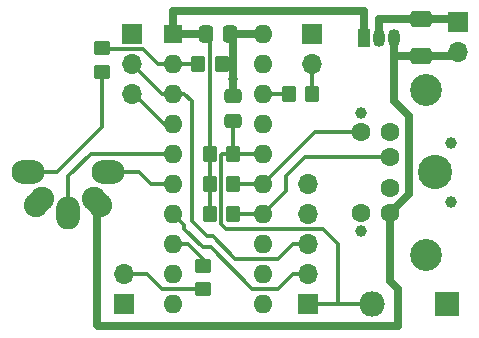
<source format=gbr>
%TF.GenerationSoftware,KiCad,Pcbnew,(6.0.0)*%
%TF.CreationDate,2022-10-20T13:45:11-04:00*%
%TF.ProjectId,TandyKey-B,54616e64-794b-4657-992d-422e6b696361,rev?*%
%TF.SameCoordinates,Original*%
%TF.FileFunction,Copper,L2,Bot*%
%TF.FilePolarity,Positive*%
%FSLAX46Y46*%
G04 Gerber Fmt 4.6, Leading zero omitted, Abs format (unit mm)*
G04 Created by KiCad (PCBNEW (6.0.0)) date 2022-10-20 13:45:11*
%MOMM*%
%LPD*%
G01*
G04 APERTURE LIST*
G04 Aperture macros list*
%AMRoundRect*
0 Rectangle with rounded corners*
0 $1 Rounding radius*
0 $2 $3 $4 $5 $6 $7 $8 $9 X,Y pos of 4 corners*
0 Add a 4 corners polygon primitive as box body*
4,1,4,$2,$3,$4,$5,$6,$7,$8,$9,$2,$3,0*
0 Add four circle primitives for the rounded corners*
1,1,$1+$1,$2,$3*
1,1,$1+$1,$4,$5*
1,1,$1+$1,$6,$7*
1,1,$1+$1,$8,$9*
0 Add four rect primitives between the rounded corners*
20,1,$1+$1,$2,$3,$4,$5,0*
20,1,$1+$1,$4,$5,$6,$7,0*
20,1,$1+$1,$6,$7,$8,$9,0*
20,1,$1+$1,$8,$9,$2,$3,0*%
%AMHorizOval*
0 Thick line with rounded ends*
0 $1 width*
0 $2 $3 position (X,Y) of the first rounded end (center of the circle)*
0 $4 $5 position (X,Y) of the second rounded end (center of the circle)*
0 Add line between two ends*
20,1,$1,$2,$3,$4,$5,0*
0 Add two circle primitives to create the rounded ends*
1,1,$1,$2,$3*
1,1,$1,$4,$5*%
G04 Aperture macros list end*
%TA.AperFunction,ComponentPad*%
%ADD10O,2.794000X2.032000*%
%TD*%
%TA.AperFunction,ComponentPad*%
%ADD11O,2.032000X2.794000*%
%TD*%
%TA.AperFunction,ComponentPad*%
%ADD12HorizOval,2.032000X-0.269408X0.269408X0.269408X-0.269408X0*%
%TD*%
%TA.AperFunction,ComponentPad*%
%ADD13HorizOval,2.032000X-0.269408X-0.269408X0.269408X0.269408X0*%
%TD*%
%TA.AperFunction,ComponentPad*%
%ADD14R,1.700000X1.700000*%
%TD*%
%TA.AperFunction,ComponentPad*%
%ADD15O,1.700000X1.700000*%
%TD*%
%TA.AperFunction,ComponentPad*%
%ADD16R,2.159000X2.159000*%
%TD*%
%TA.AperFunction,ComponentPad*%
%ADD17O,2.159000X2.159000*%
%TD*%
%TA.AperFunction,ComponentPad*%
%ADD18R,1.050000X1.500000*%
%TD*%
%TA.AperFunction,ComponentPad*%
%ADD19O,1.050000X1.500000*%
%TD*%
%TA.AperFunction,ComponentPad*%
%ADD20R,1.600000X1.600000*%
%TD*%
%TA.AperFunction,ComponentPad*%
%ADD21O,1.600000X1.600000*%
%TD*%
%TA.AperFunction,ComponentPad*%
%ADD22C,2.700000*%
%TD*%
%TA.AperFunction,ComponentPad*%
%ADD23C,2.899999*%
%TD*%
%TA.AperFunction,ComponentPad*%
%ADD24C,1.600000*%
%TD*%
%TA.AperFunction,ComponentPad*%
%ADD25C,1.000000*%
%TD*%
%TA.AperFunction,SMDPad,CuDef*%
%ADD26RoundRect,0.250000X0.450000X-0.350000X0.450000X0.350000X-0.450000X0.350000X-0.450000X-0.350000X0*%
%TD*%
%TA.AperFunction,SMDPad,CuDef*%
%ADD27RoundRect,0.250000X-0.337500X-0.475000X0.337500X-0.475000X0.337500X0.475000X-0.337500X0.475000X0*%
%TD*%
%TA.AperFunction,SMDPad,CuDef*%
%ADD28RoundRect,0.250000X0.475000X-0.337500X0.475000X0.337500X-0.475000X0.337500X-0.475000X-0.337500X0*%
%TD*%
%TA.AperFunction,SMDPad,CuDef*%
%ADD29RoundRect,0.250000X0.650000X-0.412500X0.650000X0.412500X-0.650000X0.412500X-0.650000X-0.412500X0*%
%TD*%
%TA.AperFunction,SMDPad,CuDef*%
%ADD30RoundRect,0.250000X0.350000X0.450000X-0.350000X0.450000X-0.350000X-0.450000X0.350000X-0.450000X0*%
%TD*%
%TA.AperFunction,SMDPad,CuDef*%
%ADD31RoundRect,0.250000X-0.350000X-0.450000X0.350000X-0.450000X0.350000X0.450000X-0.350000X0.450000X0*%
%TD*%
%TA.AperFunction,SMDPad,CuDef*%
%ADD32RoundRect,0.250000X-0.450000X0.350000X-0.450000X-0.350000X0.450000X-0.350000X0.450000X0.350000X0*%
%TD*%
%TA.AperFunction,ViaPad*%
%ADD33C,0.800000*%
%TD*%
%TA.AperFunction,Conductor*%
%ADD34C,0.635000*%
%TD*%
%TA.AperFunction,Conductor*%
%ADD35C,0.304800*%
%TD*%
%TA.AperFunction,Conductor*%
%ADD36C,0.250000*%
%TD*%
G04 APERTURE END LIST*
D10*
%TO.P,J1,1,Pin_1*%
%TO.N,KBD_DTA*%
X116751100Y-96520000D03*
D11*
%TO.P,J1,2,Pin_2*%
%TO.N,KBD_CLK*%
X113347500Y-99923600D03*
D10*
%TO.P,J1,3,Pin_3*%
%TO.N,Net-(J1-Pad3)*%
X109943900Y-96520000D03*
D12*
%TO.P,J1,4,Pin_4*%
%TO.N,+5V*%
X115811300Y-98983800D03*
D13*
%TO.P,J1,5,Pin_5*%
%TO.N,GND*%
X110883700Y-98983800D03*
%TD*%
D14*
%TO.P,J5,1,Pin_1*%
%TO.N,GND*%
X118745000Y-84787500D03*
D15*
%TO.P,J5,2,Pin_2*%
%TO.N,BSL_TX*%
X118745000Y-87327500D03*
%TO.P,J5,3,Pin_3*%
%TO.N,Net-(J5-Pad3)*%
X118745000Y-89867500D03*
%TD*%
D16*
%TO.P,SW1,1,1*%
%TO.N,GND*%
X145465000Y-107632500D03*
D17*
%TO.P,SW1,2,2*%
%TO.N,_RST*%
X139065000Y-107632500D03*
%TD*%
D18*
%TO.P,U2,1,VO*%
%TO.N,+3V3*%
X138430000Y-85132500D03*
D19*
%TO.P,U2,2,GND*%
%TO.N,GND*%
X139700000Y-85132500D03*
%TO.P,U2,3,VI*%
%TO.N,+5V*%
X140970000Y-85132500D03*
%TD*%
D20*
%TO.P,U1,1,DVCC*%
%TO.N,+3V3*%
X122247508Y-84777504D03*
D21*
%TO.P,U1,2,TA0CLK/ACLK/CA0/P1.0*%
%TO.N,KBD_BSY*%
X122247508Y-87317504D03*
%TO.P,U1,3,TA0.0/UCA0RXD/UCA0SOMI/P1.1*%
%TO.N,BSL_TX*%
X122247508Y-89857504D03*
%TO.P,U1,4,TA0.1/UCA0TXD/UCA0SIMO/P1.2*%
%TO.N,Net-(J5-Pad3)*%
X122247508Y-92397504D03*
%TO.P,U1,5,P1.3*%
%TO.N,KBD_CLK*%
X122247508Y-94937504D03*
%TO.P,U1,6,TCK/SMCLK/UCB0STE/UCA0CLK/P1.4*%
%TO.N,KBD_DTA*%
X122247508Y-97477504D03*
%TO.P,U1,7,TMS/TA0.0/UCB0CLK/UCA0STE/P1.5*%
%TO.N,BSL_RX*%
X122247508Y-100017504D03*
%TO.P,U1,8,P2.0/TA1.0*%
%TO.N,Net-(R8-Pad1)*%
X122247508Y-102557504D03*
%TO.P,U1,9,P2.1/TA1.1*%
%TO.N,unconnected-(U1-Pad9)*%
X122247508Y-105097504D03*
%TO.P,U1,10,P2.2/TA1.1*%
%TO.N,unconnected-(U1-Pad10)*%
X122247508Y-107637504D03*
%TO.P,U1,11,P2.3/TA1.0*%
%TO.N,unconnected-(U1-Pad11)*%
X129867508Y-107637504D03*
%TO.P,U1,12,P2.4/TA1.2*%
%TO.N,unconnected-(U1-Pad12)*%
X129867508Y-105097504D03*
%TO.P,U1,13,P2.5/TA1.2*%
%TO.N,unconnected-(U1-Pad13)*%
X129867508Y-102557504D03*
%TO.P,U1,14,TDI/TCLK/TA0.1/UCB0SOMI/UCB0SCL/P1.6*%
%TO.N,PS2_DTA*%
X129867508Y-100017504D03*
%TO.P,U1,15,TDO/TDI/UCB0SIMO/UCB0SDA/P1.7*%
%TO.N,PS2_CLK*%
X129867508Y-97477504D03*
%TO.P,U1,16,~{RST}/NMI/SBWTDIO*%
%TO.N,_RST*%
X129867508Y-94937504D03*
%TO.P,U1,17,TEST/SBWTCK*%
%TO.N,TEST*%
X129867508Y-92397504D03*
%TO.P,U1,18,P2.7/XOUT*%
%TO.N,Net-(R3-Pad1)*%
X129867508Y-89857504D03*
%TO.P,U1,19,P2.6/XIN/TA0.1*%
%TO.N,unconnected-(U1-Pad19)*%
X129867508Y-87317504D03*
%TO.P,U1,20,DVSS*%
%TO.N,GND*%
X129867508Y-84777504D03*
%TD*%
D22*
%TO.P,J2,0*%
%TO.N,GND*%
X143625000Y-103520001D03*
X143625000Y-89519999D03*
D23*
X144425000Y-96520000D03*
D24*
%TO.P,J2,1*%
%TO.N,PS2_DTA*%
X140625000Y-95220000D03*
%TO.P,J2,2*%
%TO.N,unconnected-(J2-Pad2)*%
X140625000Y-97820000D03*
%TO.P,J2,3*%
%TO.N,GND*%
X140625000Y-93120000D03*
%TO.P,J2,4*%
%TO.N,+5V*%
X140625000Y-99920000D03*
%TO.P,J2,5*%
%TO.N,PS2_CLK*%
X138125000Y-93120000D03*
%TO.P,J2,6*%
%TO.N,unconnected-(J2-Pad6)*%
X138125000Y-99920000D03*
D25*
%TO.P,J2,M1*%
%TO.N,N/C*%
X145725000Y-94020000D03*
%TO.P,J2,M2*%
X145725000Y-99020000D03*
%TO.P,J2,M3*%
X138125000Y-91520000D03*
%TO.P,J2,M4*%
X138125000Y-101520000D03*
%TD*%
D14*
%TO.P,D1,1,Pin_1*%
%TO.N,GND*%
X133985000Y-84772500D03*
D15*
%TO.P,D1,2,Pin_2*%
%TO.N,Net-(D1-Pad2)*%
X133985000Y-87312500D03*
%TD*%
D14*
%TO.P,J3,1,Pin_1*%
%TO.N,_RST*%
X133667500Y-107627500D03*
D15*
%TO.P,J3,2,Pin_2*%
%TO.N,BSL_RX*%
X133667500Y-105087500D03*
%TO.P,J3,3,Pin_3*%
%TO.N,BSL_TX*%
X133667500Y-102547500D03*
%TO.P,J3,4,Pin_4*%
%TO.N,TEST*%
X133667500Y-100007500D03*
%TO.P,J3,5,Pin_5*%
%TO.N,GND*%
X133667500Y-97467500D03*
%TD*%
D14*
%TO.P,J4,1,Pin_1*%
%TO.N,GND*%
X146367500Y-83820000D03*
D15*
%TO.P,J4,2,Pin_2*%
%TO.N,+5V*%
X146367500Y-86360000D03*
%TD*%
D14*
%TO.P,D2,1,Pin_1*%
%TO.N,GND*%
X118110000Y-107632500D03*
D15*
%TO.P,D2,2,Pin_2*%
%TO.N,Net-(D2-Pad2)*%
X118110000Y-105092500D03*
%TD*%
D26*
%TO.P,R1,1*%
%TO.N,Net-(J1-Pad3)*%
X116205000Y-87995000D03*
%TO.P,R1,2*%
%TO.N,KBD_BSY*%
X116205000Y-85995000D03*
%TD*%
D27*
%TO.P,C1,1*%
%TO.N,+3V3*%
X125010000Y-84772500D03*
%TO.P,C1,2*%
%TO.N,GND*%
X127085000Y-84772500D03*
%TD*%
D28*
%TO.P,C4,1*%
%TO.N,_RST*%
X127270000Y-92160000D03*
%TO.P,C4,2*%
%TO.N,GND*%
X127270000Y-90085000D03*
%TD*%
D29*
%TO.P,C2,1*%
%TO.N,+5V*%
X143192500Y-86652500D03*
%TO.P,C2,2*%
%TO.N,GND*%
X143192500Y-83527500D03*
%TD*%
D30*
%TO.P,R7,1*%
%TO.N,PS2_DTA*%
X127317500Y-100012500D03*
%TO.P,R7,2*%
%TO.N,+3V3*%
X125317500Y-100012500D03*
%TD*%
D31*
%TO.P,R2,1*%
%TO.N,KBD_BSY*%
X124375008Y-87312500D03*
%TO.P,R2,2*%
%TO.N,GND*%
X126375008Y-87312500D03*
%TD*%
%TO.P,R4,1*%
%TO.N,+3V3*%
X125317500Y-94932500D03*
%TO.P,R4,2*%
%TO.N,_RST*%
X127317500Y-94932500D03*
%TD*%
%TO.P,R3,1*%
%TO.N,Net-(R3-Pad1)*%
X132032500Y-89852500D03*
%TO.P,R3,2*%
%TO.N,Net-(D1-Pad2)*%
X134032500Y-89852500D03*
%TD*%
D30*
%TO.P,R6,1*%
%TO.N,PS2_CLK*%
X127317500Y-97472500D03*
%TO.P,R6,2*%
%TO.N,+3V3*%
X125317500Y-97472500D03*
%TD*%
D32*
%TO.P,R8,1*%
%TO.N,Net-(R8-Pad1)*%
X124777500Y-104410000D03*
%TO.P,R8,2*%
%TO.N,Net-(D2-Pad2)*%
X124777500Y-106410000D03*
%TD*%
D33*
%TO.N,GND*%
X127270002Y-88629998D03*
%TD*%
D34*
%TO.N,+3V3*%
X122247508Y-84777504D02*
X125004996Y-84777504D01*
X122247508Y-82877508D02*
X122247508Y-84777504D01*
X138430000Y-82867500D02*
X138430000Y-85132494D01*
D35*
X125326928Y-100003072D02*
X125326928Y-85089428D01*
D34*
X122237500Y-82867500D02*
X138430000Y-82867500D01*
%TO.N,GND*%
X129867508Y-84777504D02*
X127089992Y-84777504D01*
X139700000Y-83502500D02*
X143167506Y-83502500D01*
D36*
X145415000Y-83502500D02*
X146050000Y-83502500D01*
D34*
X139700000Y-85132494D02*
X139700000Y-83502500D01*
X143192500Y-83527494D02*
X145390006Y-83527494D01*
D35*
X126375008Y-87312500D02*
X127222500Y-87312500D01*
D34*
X127270002Y-87265002D02*
X127270002Y-84957488D01*
D36*
X145390000Y-83527500D02*
X145415000Y-83502500D01*
D34*
X127270002Y-90085012D02*
X127270002Y-88629998D01*
X127270002Y-88629998D02*
X127270002Y-87265002D01*
D35*
X127222500Y-87312500D02*
X127270000Y-87265000D01*
D34*
%TO.N,+5V*%
X143192500Y-86652506D02*
X145707506Y-86652506D01*
X142240000Y-91757500D02*
X142240000Y-98305010D01*
X115811300Y-109461300D02*
X115811300Y-98983800D01*
X140970000Y-86677500D02*
X140970000Y-85132500D01*
X140970000Y-90487500D02*
X140970000Y-86677500D01*
X140624992Y-105699992D02*
X141287500Y-106362500D01*
D36*
X140995000Y-86652500D02*
X140970000Y-86677500D01*
D34*
X143192500Y-86652506D02*
X140994994Y-86652506D01*
X141287500Y-106362500D02*
X141287500Y-109537500D01*
X142240000Y-98305010D02*
X140624992Y-99919993D01*
X141287500Y-109537500D02*
X115887500Y-109537500D01*
X140624992Y-99919993D02*
X140624992Y-105699992D01*
X140970000Y-90487500D02*
X142240000Y-91757500D01*
D36*
X115887500Y-109537500D02*
X115811300Y-109461300D01*
D35*
%TO.N,Net-(D1-Pad2)*%
X134032500Y-89852500D02*
X134032500Y-87360000D01*
%TO.N,KBD_CLK*%
X113347500Y-96837500D02*
X115252500Y-94932500D01*
X122247508Y-94937504D02*
X115257504Y-94937504D01*
X115257504Y-94937504D02*
X115252500Y-94932500D01*
X113347500Y-99923600D02*
X113347500Y-96837500D01*
%TO.N,KBD_DTA*%
X120337504Y-97477504D02*
X119380000Y-96520000D01*
X119380000Y-96520000D02*
X116751100Y-96520000D01*
X122247508Y-97477504D02*
X120337504Y-97477504D01*
%TO.N,Net-(J1-Pad3)*%
X112395000Y-96520000D02*
X109943900Y-96520000D01*
X116205000Y-92710000D02*
X112395000Y-96520000D01*
X116205000Y-87995000D02*
X116205000Y-92710000D01*
%TO.N,PS2_DTA*%
X127317500Y-100012500D02*
X129862504Y-100012500D01*
X131762500Y-96837500D02*
X133380000Y-95220000D01*
X133380000Y-95220000D02*
X140625000Y-95220000D01*
X129867508Y-100017504D02*
X131762500Y-98122512D01*
X131762500Y-98122512D02*
X131762500Y-96837500D01*
%TO.N,PS2_CLK*%
X127317500Y-97472500D02*
X129862504Y-97472500D01*
X134210000Y-93120000D02*
X138020000Y-93120000D01*
X129867508Y-97462492D02*
X134210000Y-93120000D01*
%TO.N,_RST*%
X127317500Y-94932500D02*
X126365000Y-94932500D01*
X136207500Y-102552500D02*
X136207500Y-107632500D01*
X136202500Y-107627500D02*
X136207500Y-107632500D01*
X139065000Y-107632500D02*
X136207500Y-107632500D01*
X126682500Y-101282500D02*
X134937500Y-101282500D01*
X134937500Y-101282500D02*
X136207500Y-102552500D01*
X126269420Y-95028080D02*
X126269420Y-100869420D01*
X126269420Y-100869420D02*
X126682500Y-101282500D01*
X133667500Y-107627500D02*
X136202500Y-107627500D01*
X127270000Y-92160000D02*
X127270000Y-94885000D01*
X127317500Y-94932500D02*
X129862504Y-94932500D01*
X126365000Y-94932500D02*
X126269420Y-95028080D01*
%TO.N,KBD_BSY*%
X120972504Y-87317504D02*
X119697500Y-86042500D01*
X119697500Y-86042500D02*
X116475000Y-86042500D01*
X122247508Y-87317504D02*
X124370004Y-87317504D01*
X122247508Y-87317504D02*
X120972504Y-87317504D01*
%TO.N,Net-(R3-Pad1)*%
X129867508Y-89857504D02*
X132027496Y-89857504D01*
%TO.N,Net-(D2-Pad2)*%
X124777500Y-106410000D02*
X121332500Y-106410000D01*
X120015000Y-105092500D02*
X118110000Y-105092500D01*
X121332500Y-106410000D02*
X120015000Y-105092500D01*
%TO.N,Net-(J5-Pad3)*%
X121441254Y-92397504D02*
X118911250Y-89867500D01*
X122247508Y-92397504D02*
X121441254Y-92397504D01*
%TO.N,BSL_TX*%
X127476257Y-103822500D02*
X131127500Y-103822500D01*
X123190000Y-89852500D02*
X123825000Y-90487500D01*
X122247508Y-89857504D02*
X123184996Y-89857504D01*
X132402500Y-102547500D02*
X133667500Y-102547500D01*
X123825000Y-90487500D02*
X123825000Y-100647500D01*
X123825000Y-100647500D02*
X125095000Y-101917500D01*
X125095000Y-101917500D02*
X125571256Y-101917500D01*
X121290004Y-89857504D02*
X118760000Y-87327500D01*
X122247508Y-89857504D02*
X121290004Y-89857504D01*
X131127500Y-103822500D02*
X132402500Y-102547500D01*
X125571256Y-101917500D02*
X127476257Y-103822500D01*
X123184996Y-89857504D02*
X123190000Y-89852500D01*
%TO.N,BSL_RX*%
X128905000Y-106362500D02*
X125412500Y-102870000D01*
X123190000Y-100959996D02*
X122247508Y-100017504D01*
X123190000Y-101282500D02*
X123190000Y-100959996D01*
X131127500Y-106362500D02*
X128905000Y-106362500D01*
X133667500Y-105087500D02*
X132402500Y-105087500D01*
X124777500Y-102870000D02*
X123190000Y-101282500D01*
X125412500Y-102870000D02*
X124777500Y-102870000D01*
X132402500Y-105087500D02*
X131127500Y-106362500D01*
%TO.N,Net-(R8-Pad1)*%
X123507500Y-102557504D02*
X124777500Y-103827504D01*
X124777500Y-103827504D02*
X124777500Y-104410000D01*
X122247508Y-102557504D02*
X123507500Y-102557504D01*
%TD*%
M02*

</source>
